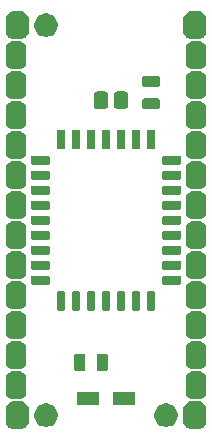
<source format=gts>
G04 #@! TF.GenerationSoftware,KiCad,Pcbnew,(5.1.5-0-10_14)*
G04 #@! TF.CreationDate,2021-04-02T23:51:13-04:00*
G04 #@! TF.ProjectId,GW28R8128,47573238-5238-4313-9238-2e6b69636164,rev?*
G04 #@! TF.SameCoordinates,Original*
G04 #@! TF.FileFunction,Soldermask,Top*
G04 #@! TF.FilePolarity,Negative*
%FSLAX46Y46*%
G04 Gerber Fmt 4.6, Leading zero omitted, Abs format (unit mm)*
G04 Created by KiCad (PCBNEW (5.1.5-0-10_14)) date 2021-04-02 23:51:13*
%MOMM*%
%LPD*%
G04 APERTURE LIST*
%ADD10C,0.100000*%
G04 APERTURE END LIST*
D10*
G36*
X56222404Y-52184695D02*
G01*
X56347257Y-52222568D01*
X56462316Y-52284068D01*
X56563166Y-52366834D01*
X56645932Y-52467684D01*
X56707432Y-52582743D01*
X56745305Y-52707596D01*
X56758400Y-52840547D01*
X56758400Y-53839453D01*
X56745305Y-53972404D01*
X56707432Y-54097257D01*
X56645932Y-54212316D01*
X56563166Y-54313166D01*
X56462316Y-54395932D01*
X56347257Y-54457432D01*
X56222404Y-54495305D01*
X56089453Y-54508400D01*
X55470547Y-54508400D01*
X55337596Y-54495305D01*
X55212743Y-54457432D01*
X55097684Y-54395932D01*
X54996834Y-54313166D01*
X54914068Y-54212316D01*
X54852568Y-54097257D01*
X54814695Y-53972404D01*
X54801600Y-53839453D01*
X54801600Y-52840547D01*
X54814695Y-52707596D01*
X54852568Y-52582743D01*
X54914068Y-52467684D01*
X54996834Y-52366834D01*
X55097684Y-52284068D01*
X55212743Y-52222568D01*
X55337596Y-52184695D01*
X55470547Y-52171600D01*
X56089453Y-52171600D01*
X56222404Y-52184695D01*
G37*
G36*
X41182404Y-52184695D02*
G01*
X41307257Y-52222568D01*
X41422316Y-52284068D01*
X41523166Y-52366834D01*
X41605932Y-52467684D01*
X41667432Y-52582743D01*
X41705305Y-52707596D01*
X41718400Y-52840547D01*
X41718400Y-53839453D01*
X41705305Y-53972404D01*
X41667432Y-54097257D01*
X41605932Y-54212316D01*
X41523166Y-54313166D01*
X41422316Y-54395932D01*
X41307257Y-54457432D01*
X41182404Y-54495305D01*
X41049453Y-54508400D01*
X40430547Y-54508400D01*
X40297596Y-54495305D01*
X40172743Y-54457432D01*
X40057684Y-54395932D01*
X39956834Y-54313166D01*
X39874068Y-54212316D01*
X39812568Y-54097257D01*
X39774695Y-53972404D01*
X39761600Y-53839453D01*
X39761600Y-52840547D01*
X39774695Y-52707596D01*
X39812568Y-52582743D01*
X39874068Y-52467684D01*
X39956834Y-52366834D01*
X40057684Y-52284068D01*
X40172743Y-52222568D01*
X40297596Y-52184695D01*
X40430547Y-52171600D01*
X41049453Y-52171600D01*
X41182404Y-52184695D01*
G37*
G36*
X53631692Y-52378429D02*
G01*
X53813679Y-52453811D01*
X53977458Y-52563245D01*
X53977460Y-52563247D01*
X53977463Y-52563249D01*
X54116751Y-52702537D01*
X54116753Y-52702540D01*
X54116755Y-52702542D01*
X54226189Y-52866321D01*
X54301571Y-53048308D01*
X54340000Y-53241509D01*
X54340000Y-53438491D01*
X54301571Y-53631692D01*
X54226189Y-53813679D01*
X54116755Y-53977458D01*
X54116753Y-53977460D01*
X54116751Y-53977463D01*
X53977463Y-54116751D01*
X53977460Y-54116753D01*
X53977458Y-54116755D01*
X53813679Y-54226189D01*
X53631692Y-54301571D01*
X53438491Y-54340000D01*
X53241509Y-54340000D01*
X53048308Y-54301571D01*
X52866321Y-54226189D01*
X52702542Y-54116755D01*
X52702540Y-54116753D01*
X52702537Y-54116751D01*
X52563249Y-53977463D01*
X52563247Y-53977460D01*
X52563245Y-53977458D01*
X52453811Y-53813679D01*
X52378429Y-53631692D01*
X52340000Y-53438491D01*
X52340000Y-53241509D01*
X52378429Y-53048308D01*
X52453811Y-52866321D01*
X52563245Y-52702542D01*
X52563247Y-52702540D01*
X52563249Y-52702537D01*
X52702537Y-52563249D01*
X52702540Y-52563247D01*
X52702542Y-52563245D01*
X52866321Y-52453811D01*
X53048308Y-52378429D01*
X53241509Y-52340000D01*
X53438491Y-52340000D01*
X53631692Y-52378429D01*
G37*
G36*
X43471692Y-52378429D02*
G01*
X43653679Y-52453811D01*
X43817458Y-52563245D01*
X43817460Y-52563247D01*
X43817463Y-52563249D01*
X43956751Y-52702537D01*
X43956753Y-52702540D01*
X43956755Y-52702542D01*
X44066189Y-52866321D01*
X44141571Y-53048308D01*
X44180000Y-53241509D01*
X44180000Y-53438491D01*
X44141571Y-53631692D01*
X44066189Y-53813679D01*
X43956755Y-53977458D01*
X43956753Y-53977460D01*
X43956751Y-53977463D01*
X43817463Y-54116751D01*
X43817460Y-54116753D01*
X43817458Y-54116755D01*
X43653679Y-54226189D01*
X43471692Y-54301571D01*
X43278491Y-54340000D01*
X43081509Y-54340000D01*
X42888308Y-54301571D01*
X42706321Y-54226189D01*
X42542542Y-54116755D01*
X42542540Y-54116753D01*
X42542537Y-54116751D01*
X42403249Y-53977463D01*
X42403247Y-53977460D01*
X42403245Y-53977458D01*
X42293811Y-53813679D01*
X42218429Y-53631692D01*
X42180000Y-53438491D01*
X42180000Y-53241509D01*
X42218429Y-53048308D01*
X42293811Y-52866321D01*
X42403245Y-52702542D01*
X42403247Y-52702540D01*
X42403249Y-52702537D01*
X42542537Y-52563249D01*
X42542540Y-52563247D01*
X42542542Y-52563245D01*
X42706321Y-52453811D01*
X42888308Y-52378429D01*
X43081509Y-52340000D01*
X43278491Y-52340000D01*
X43471692Y-52378429D01*
G37*
G36*
X47662200Y-52469200D02*
G01*
X45809800Y-52469200D01*
X45809800Y-51416800D01*
X47662200Y-51416800D01*
X47662200Y-52469200D01*
G37*
G36*
X50710200Y-52469200D02*
G01*
X48857800Y-52469200D01*
X48857800Y-51416800D01*
X50710200Y-51416800D01*
X50710200Y-52469200D01*
G37*
G36*
X56278748Y-49643350D02*
G01*
X56390469Y-49677239D01*
X56493427Y-49732271D01*
X56583669Y-49806331D01*
X56657729Y-49896573D01*
X56712761Y-49999531D01*
X56746650Y-50111252D01*
X56758400Y-50230547D01*
X56758400Y-51369453D01*
X56746650Y-51488748D01*
X56712761Y-51600469D01*
X56657729Y-51703427D01*
X56583669Y-51793669D01*
X56493427Y-51867729D01*
X56390469Y-51922761D01*
X56278748Y-51956650D01*
X56159453Y-51968400D01*
X55600547Y-51968400D01*
X55481252Y-51956650D01*
X55369531Y-51922761D01*
X55266573Y-51867729D01*
X55176331Y-51793669D01*
X55102271Y-51703427D01*
X55047239Y-51600469D01*
X55013350Y-51488748D01*
X55001600Y-51369453D01*
X55001600Y-50230547D01*
X55013350Y-50111252D01*
X55047239Y-49999531D01*
X55102271Y-49896573D01*
X55176331Y-49806331D01*
X55266573Y-49732271D01*
X55369531Y-49677239D01*
X55481252Y-49643350D01*
X55600547Y-49631600D01*
X56159453Y-49631600D01*
X56278748Y-49643350D01*
G37*
G36*
X41038748Y-49643350D02*
G01*
X41150469Y-49677239D01*
X41253427Y-49732271D01*
X41343669Y-49806331D01*
X41417729Y-49896573D01*
X41472761Y-49999531D01*
X41506650Y-50111252D01*
X41518400Y-50230547D01*
X41518400Y-51369453D01*
X41506650Y-51488748D01*
X41472761Y-51600469D01*
X41417729Y-51703427D01*
X41343669Y-51793669D01*
X41253427Y-51867729D01*
X41150469Y-51922761D01*
X41038748Y-51956650D01*
X40919453Y-51968400D01*
X40360547Y-51968400D01*
X40241252Y-51956650D01*
X40129531Y-51922761D01*
X40026573Y-51867729D01*
X39936331Y-51793669D01*
X39862271Y-51703427D01*
X39807239Y-51600469D01*
X39773350Y-51488748D01*
X39761600Y-51369453D01*
X39761600Y-50230547D01*
X39773350Y-50111252D01*
X39807239Y-49999531D01*
X39862271Y-49896573D01*
X39936331Y-49806331D01*
X40026573Y-49732271D01*
X40129531Y-49677239D01*
X40241252Y-49643350D01*
X40360547Y-49631600D01*
X40919453Y-49631600D01*
X41038748Y-49643350D01*
G37*
G36*
X46349329Y-48149255D02*
G01*
X46387868Y-48160945D01*
X46423388Y-48179931D01*
X46454520Y-48205480D01*
X46480069Y-48236612D01*
X46499055Y-48272132D01*
X46510745Y-48310671D01*
X46515000Y-48353868D01*
X46515000Y-49436132D01*
X46510745Y-49479329D01*
X46499055Y-49517868D01*
X46480069Y-49553388D01*
X46454520Y-49584520D01*
X46423388Y-49610069D01*
X46387868Y-49629055D01*
X46349329Y-49640745D01*
X46306132Y-49645000D01*
X45773868Y-49645000D01*
X45730671Y-49640745D01*
X45692132Y-49629055D01*
X45656612Y-49610069D01*
X45625480Y-49584520D01*
X45599931Y-49553388D01*
X45580945Y-49517868D01*
X45569255Y-49479329D01*
X45565000Y-49436132D01*
X45565000Y-48353868D01*
X45569255Y-48310671D01*
X45580945Y-48272132D01*
X45599931Y-48236612D01*
X45625480Y-48205480D01*
X45656612Y-48179931D01*
X45692132Y-48160945D01*
X45730671Y-48149255D01*
X45773868Y-48145000D01*
X46306132Y-48145000D01*
X46349329Y-48149255D01*
G37*
G36*
X48249329Y-48149255D02*
G01*
X48287868Y-48160945D01*
X48323388Y-48179931D01*
X48354520Y-48205480D01*
X48380069Y-48236612D01*
X48399055Y-48272132D01*
X48410745Y-48310671D01*
X48415000Y-48353868D01*
X48415000Y-49436132D01*
X48410745Y-49479329D01*
X48399055Y-49517868D01*
X48380069Y-49553388D01*
X48354520Y-49584520D01*
X48323388Y-49610069D01*
X48287868Y-49629055D01*
X48249329Y-49640745D01*
X48206132Y-49645000D01*
X47673868Y-49645000D01*
X47630671Y-49640745D01*
X47592132Y-49629055D01*
X47556612Y-49610069D01*
X47525480Y-49584520D01*
X47499931Y-49553388D01*
X47480945Y-49517868D01*
X47469255Y-49479329D01*
X47465000Y-49436132D01*
X47465000Y-48353868D01*
X47469255Y-48310671D01*
X47480945Y-48272132D01*
X47499931Y-48236612D01*
X47525480Y-48205480D01*
X47556612Y-48179931D01*
X47592132Y-48160945D01*
X47630671Y-48149255D01*
X47673868Y-48145000D01*
X48206132Y-48145000D01*
X48249329Y-48149255D01*
G37*
G36*
X56278748Y-47103350D02*
G01*
X56390469Y-47137239D01*
X56493427Y-47192271D01*
X56583669Y-47266331D01*
X56657729Y-47356573D01*
X56712761Y-47459531D01*
X56746650Y-47571252D01*
X56758400Y-47690547D01*
X56758400Y-48829453D01*
X56746650Y-48948748D01*
X56712761Y-49060469D01*
X56657729Y-49163427D01*
X56583669Y-49253669D01*
X56493427Y-49327729D01*
X56390469Y-49382761D01*
X56278748Y-49416650D01*
X56159453Y-49428400D01*
X55600547Y-49428400D01*
X55481252Y-49416650D01*
X55369531Y-49382761D01*
X55266573Y-49327729D01*
X55176331Y-49253669D01*
X55102271Y-49163427D01*
X55047239Y-49060469D01*
X55013350Y-48948748D01*
X55001600Y-48829453D01*
X55001600Y-47690547D01*
X55013350Y-47571252D01*
X55047239Y-47459531D01*
X55102271Y-47356573D01*
X55176331Y-47266331D01*
X55266573Y-47192271D01*
X55369531Y-47137239D01*
X55481252Y-47103350D01*
X55600547Y-47091600D01*
X56159453Y-47091600D01*
X56278748Y-47103350D01*
G37*
G36*
X41038748Y-47103350D02*
G01*
X41150469Y-47137239D01*
X41253427Y-47192271D01*
X41343669Y-47266331D01*
X41417729Y-47356573D01*
X41472761Y-47459531D01*
X41506650Y-47571252D01*
X41518400Y-47690547D01*
X41518400Y-48829453D01*
X41506650Y-48948748D01*
X41472761Y-49060469D01*
X41417729Y-49163427D01*
X41343669Y-49253669D01*
X41253427Y-49327729D01*
X41150469Y-49382761D01*
X41038748Y-49416650D01*
X40919453Y-49428400D01*
X40360547Y-49428400D01*
X40241252Y-49416650D01*
X40129531Y-49382761D01*
X40026573Y-49327729D01*
X39936331Y-49253669D01*
X39862271Y-49163427D01*
X39807239Y-49060469D01*
X39773350Y-48948748D01*
X39761600Y-48829453D01*
X39761600Y-47690547D01*
X39773350Y-47571252D01*
X39807239Y-47459531D01*
X39862271Y-47356573D01*
X39936331Y-47266331D01*
X40026573Y-47192271D01*
X40129531Y-47137239D01*
X40241252Y-47103350D01*
X40360547Y-47091600D01*
X40919453Y-47091600D01*
X41038748Y-47103350D01*
G37*
G36*
X56278748Y-44563350D02*
G01*
X56390469Y-44597239D01*
X56493427Y-44652271D01*
X56583669Y-44726331D01*
X56657729Y-44816573D01*
X56712761Y-44919531D01*
X56746650Y-45031252D01*
X56758400Y-45150547D01*
X56758400Y-46289453D01*
X56746650Y-46408748D01*
X56712761Y-46520469D01*
X56657729Y-46623427D01*
X56583669Y-46713669D01*
X56493427Y-46787729D01*
X56390469Y-46842761D01*
X56278748Y-46876650D01*
X56159453Y-46888400D01*
X55600547Y-46888400D01*
X55481252Y-46876650D01*
X55369531Y-46842761D01*
X55266573Y-46787729D01*
X55176331Y-46713669D01*
X55102271Y-46623427D01*
X55047239Y-46520469D01*
X55013350Y-46408748D01*
X55001600Y-46289453D01*
X55001600Y-45150547D01*
X55013350Y-45031252D01*
X55047239Y-44919531D01*
X55102271Y-44816573D01*
X55176331Y-44726331D01*
X55266573Y-44652271D01*
X55369531Y-44597239D01*
X55481252Y-44563350D01*
X55600547Y-44551600D01*
X56159453Y-44551600D01*
X56278748Y-44563350D01*
G37*
G36*
X41038748Y-44563350D02*
G01*
X41150469Y-44597239D01*
X41253427Y-44652271D01*
X41343669Y-44726331D01*
X41417729Y-44816573D01*
X41472761Y-44919531D01*
X41506650Y-45031252D01*
X41518400Y-45150547D01*
X41518400Y-46289453D01*
X41506650Y-46408748D01*
X41472761Y-46520469D01*
X41417729Y-46623427D01*
X41343669Y-46713669D01*
X41253427Y-46787729D01*
X41150469Y-46842761D01*
X41038748Y-46876650D01*
X40919453Y-46888400D01*
X40360547Y-46888400D01*
X40241252Y-46876650D01*
X40129531Y-46842761D01*
X40026573Y-46787729D01*
X39936331Y-46713669D01*
X39862271Y-46623427D01*
X39807239Y-46520469D01*
X39773350Y-46408748D01*
X39761600Y-46289453D01*
X39761600Y-45150547D01*
X39773350Y-45031252D01*
X39807239Y-44919531D01*
X39862271Y-44816573D01*
X39936331Y-44726331D01*
X40026573Y-44652271D01*
X40129531Y-44597239D01*
X40241252Y-44563350D01*
X40360547Y-44551600D01*
X40919453Y-44551600D01*
X41038748Y-44563350D01*
G37*
G36*
X49780290Y-42857105D02*
G01*
X49809568Y-42865986D01*
X49836545Y-42880406D01*
X49860190Y-42899810D01*
X49879594Y-42923455D01*
X49894014Y-42950432D01*
X49902895Y-42979710D01*
X49906200Y-43013267D01*
X49906200Y-44321733D01*
X49902895Y-44355290D01*
X49894014Y-44384568D01*
X49879594Y-44411545D01*
X49860190Y-44435190D01*
X49836545Y-44454594D01*
X49809568Y-44469014D01*
X49780290Y-44477895D01*
X49746733Y-44481200D01*
X49313267Y-44481200D01*
X49279710Y-44477895D01*
X49250432Y-44469014D01*
X49223455Y-44454594D01*
X49199810Y-44435190D01*
X49180406Y-44411545D01*
X49165986Y-44384568D01*
X49157105Y-44355290D01*
X49153800Y-44321733D01*
X49153800Y-43013267D01*
X49157105Y-42979710D01*
X49165986Y-42950432D01*
X49180406Y-42923455D01*
X49199810Y-42899810D01*
X49223455Y-42880406D01*
X49250432Y-42865986D01*
X49279710Y-42857105D01*
X49313267Y-42853800D01*
X49746733Y-42853800D01*
X49780290Y-42857105D01*
G37*
G36*
X51050290Y-42857105D02*
G01*
X51079568Y-42865986D01*
X51106545Y-42880406D01*
X51130190Y-42899810D01*
X51149594Y-42923455D01*
X51164014Y-42950432D01*
X51172895Y-42979710D01*
X51176200Y-43013267D01*
X51176200Y-44321733D01*
X51172895Y-44355290D01*
X51164014Y-44384568D01*
X51149594Y-44411545D01*
X51130190Y-44435190D01*
X51106545Y-44454594D01*
X51079568Y-44469014D01*
X51050290Y-44477895D01*
X51016733Y-44481200D01*
X50583267Y-44481200D01*
X50549710Y-44477895D01*
X50520432Y-44469014D01*
X50493455Y-44454594D01*
X50469810Y-44435190D01*
X50450406Y-44411545D01*
X50435986Y-44384568D01*
X50427105Y-44355290D01*
X50423800Y-44321733D01*
X50423800Y-43013267D01*
X50427105Y-42979710D01*
X50435986Y-42950432D01*
X50450406Y-42923455D01*
X50469810Y-42899810D01*
X50493455Y-42880406D01*
X50520432Y-42865986D01*
X50549710Y-42857105D01*
X50583267Y-42853800D01*
X51016733Y-42853800D01*
X51050290Y-42857105D01*
G37*
G36*
X52320290Y-42857105D02*
G01*
X52349568Y-42865986D01*
X52376545Y-42880406D01*
X52400190Y-42899810D01*
X52419594Y-42923455D01*
X52434014Y-42950432D01*
X52442895Y-42979710D01*
X52446200Y-43013267D01*
X52446200Y-44321733D01*
X52442895Y-44355290D01*
X52434014Y-44384568D01*
X52419594Y-44411545D01*
X52400190Y-44435190D01*
X52376545Y-44454594D01*
X52349568Y-44469014D01*
X52320290Y-44477895D01*
X52286733Y-44481200D01*
X51853267Y-44481200D01*
X51819710Y-44477895D01*
X51790432Y-44469014D01*
X51763455Y-44454594D01*
X51739810Y-44435190D01*
X51720406Y-44411545D01*
X51705986Y-44384568D01*
X51697105Y-44355290D01*
X51693800Y-44321733D01*
X51693800Y-43013267D01*
X51697105Y-42979710D01*
X51705986Y-42950432D01*
X51720406Y-42923455D01*
X51739810Y-42899810D01*
X51763455Y-42880406D01*
X51790432Y-42865986D01*
X51819710Y-42857105D01*
X51853267Y-42853800D01*
X52286733Y-42853800D01*
X52320290Y-42857105D01*
G37*
G36*
X48510290Y-42857105D02*
G01*
X48539568Y-42865986D01*
X48566545Y-42880406D01*
X48590190Y-42899810D01*
X48609594Y-42923455D01*
X48624014Y-42950432D01*
X48632895Y-42979710D01*
X48636200Y-43013267D01*
X48636200Y-44321733D01*
X48632895Y-44355290D01*
X48624014Y-44384568D01*
X48609594Y-44411545D01*
X48590190Y-44435190D01*
X48566545Y-44454594D01*
X48539568Y-44469014D01*
X48510290Y-44477895D01*
X48476733Y-44481200D01*
X48043267Y-44481200D01*
X48009710Y-44477895D01*
X47980432Y-44469014D01*
X47953455Y-44454594D01*
X47929810Y-44435190D01*
X47910406Y-44411545D01*
X47895986Y-44384568D01*
X47887105Y-44355290D01*
X47883800Y-44321733D01*
X47883800Y-43013267D01*
X47887105Y-42979710D01*
X47895986Y-42950432D01*
X47910406Y-42923455D01*
X47929810Y-42899810D01*
X47953455Y-42880406D01*
X47980432Y-42865986D01*
X48009710Y-42857105D01*
X48043267Y-42853800D01*
X48476733Y-42853800D01*
X48510290Y-42857105D01*
G37*
G36*
X47240290Y-42857105D02*
G01*
X47269568Y-42865986D01*
X47296545Y-42880406D01*
X47320190Y-42899810D01*
X47339594Y-42923455D01*
X47354014Y-42950432D01*
X47362895Y-42979710D01*
X47366200Y-43013267D01*
X47366200Y-44321733D01*
X47362895Y-44355290D01*
X47354014Y-44384568D01*
X47339594Y-44411545D01*
X47320190Y-44435190D01*
X47296545Y-44454594D01*
X47269568Y-44469014D01*
X47240290Y-44477895D01*
X47206733Y-44481200D01*
X46773267Y-44481200D01*
X46739710Y-44477895D01*
X46710432Y-44469014D01*
X46683455Y-44454594D01*
X46659810Y-44435190D01*
X46640406Y-44411545D01*
X46625986Y-44384568D01*
X46617105Y-44355290D01*
X46613800Y-44321733D01*
X46613800Y-43013267D01*
X46617105Y-42979710D01*
X46625986Y-42950432D01*
X46640406Y-42923455D01*
X46659810Y-42899810D01*
X46683455Y-42880406D01*
X46710432Y-42865986D01*
X46739710Y-42857105D01*
X46773267Y-42853800D01*
X47206733Y-42853800D01*
X47240290Y-42857105D01*
G37*
G36*
X45970290Y-42857105D02*
G01*
X45999568Y-42865986D01*
X46026545Y-42880406D01*
X46050190Y-42899810D01*
X46069594Y-42923455D01*
X46084014Y-42950432D01*
X46092895Y-42979710D01*
X46096200Y-43013267D01*
X46096200Y-44321733D01*
X46092895Y-44355290D01*
X46084014Y-44384568D01*
X46069594Y-44411545D01*
X46050190Y-44435190D01*
X46026545Y-44454594D01*
X45999568Y-44469014D01*
X45970290Y-44477895D01*
X45936733Y-44481200D01*
X45503267Y-44481200D01*
X45469710Y-44477895D01*
X45440432Y-44469014D01*
X45413455Y-44454594D01*
X45389810Y-44435190D01*
X45370406Y-44411545D01*
X45355986Y-44384568D01*
X45347105Y-44355290D01*
X45343800Y-44321733D01*
X45343800Y-43013267D01*
X45347105Y-42979710D01*
X45355986Y-42950432D01*
X45370406Y-42923455D01*
X45389810Y-42899810D01*
X45413455Y-42880406D01*
X45440432Y-42865986D01*
X45469710Y-42857105D01*
X45503267Y-42853800D01*
X45936733Y-42853800D01*
X45970290Y-42857105D01*
G37*
G36*
X44700290Y-42857105D02*
G01*
X44729568Y-42865986D01*
X44756545Y-42880406D01*
X44780190Y-42899810D01*
X44799594Y-42923455D01*
X44814014Y-42950432D01*
X44822895Y-42979710D01*
X44826200Y-43013267D01*
X44826200Y-44321733D01*
X44822895Y-44355290D01*
X44814014Y-44384568D01*
X44799594Y-44411545D01*
X44780190Y-44435190D01*
X44756545Y-44454594D01*
X44729568Y-44469014D01*
X44700290Y-44477895D01*
X44666733Y-44481200D01*
X44233267Y-44481200D01*
X44199710Y-44477895D01*
X44170432Y-44469014D01*
X44143455Y-44454594D01*
X44119810Y-44435190D01*
X44100406Y-44411545D01*
X44085986Y-44384568D01*
X44077105Y-44355290D01*
X44073800Y-44321733D01*
X44073800Y-43013267D01*
X44077105Y-42979710D01*
X44085986Y-42950432D01*
X44100406Y-42923455D01*
X44119810Y-42899810D01*
X44143455Y-42880406D01*
X44170432Y-42865986D01*
X44199710Y-42857105D01*
X44233267Y-42853800D01*
X44666733Y-42853800D01*
X44700290Y-42857105D01*
G37*
G36*
X56278748Y-42023350D02*
G01*
X56390469Y-42057239D01*
X56493427Y-42112271D01*
X56583669Y-42186331D01*
X56657729Y-42276573D01*
X56712761Y-42379531D01*
X56746650Y-42491252D01*
X56758400Y-42610547D01*
X56758400Y-43749453D01*
X56746650Y-43868748D01*
X56712761Y-43980469D01*
X56657729Y-44083427D01*
X56583669Y-44173669D01*
X56493427Y-44247729D01*
X56390469Y-44302761D01*
X56278748Y-44336650D01*
X56159453Y-44348400D01*
X55600547Y-44348400D01*
X55481252Y-44336650D01*
X55369531Y-44302761D01*
X55266573Y-44247729D01*
X55176331Y-44173669D01*
X55102271Y-44083427D01*
X55047239Y-43980469D01*
X55013350Y-43868748D01*
X55001600Y-43749453D01*
X55001600Y-42610547D01*
X55013350Y-42491252D01*
X55047239Y-42379531D01*
X55102271Y-42276573D01*
X55176331Y-42186331D01*
X55266573Y-42112271D01*
X55369531Y-42057239D01*
X55481252Y-42023350D01*
X55600547Y-42011600D01*
X56159453Y-42011600D01*
X56278748Y-42023350D01*
G37*
G36*
X41038748Y-42023350D02*
G01*
X41150469Y-42057239D01*
X41253427Y-42112271D01*
X41343669Y-42186331D01*
X41417729Y-42276573D01*
X41472761Y-42379531D01*
X41506650Y-42491252D01*
X41518400Y-42610547D01*
X41518400Y-43749453D01*
X41506650Y-43868748D01*
X41472761Y-43980469D01*
X41417729Y-44083427D01*
X41343669Y-44173669D01*
X41253427Y-44247729D01*
X41150469Y-44302761D01*
X41038748Y-44336650D01*
X40919453Y-44348400D01*
X40360547Y-44348400D01*
X40241252Y-44336650D01*
X40129531Y-44302761D01*
X40026573Y-44247729D01*
X39936331Y-44173669D01*
X39862271Y-44083427D01*
X39807239Y-43980469D01*
X39773350Y-43868748D01*
X39761600Y-43749453D01*
X39761600Y-42610547D01*
X39773350Y-42491252D01*
X39807239Y-42379531D01*
X39862271Y-42276573D01*
X39936331Y-42186331D01*
X40026573Y-42112271D01*
X40129531Y-42057239D01*
X40241252Y-42023350D01*
X40360547Y-42011600D01*
X40919453Y-42011600D01*
X41038748Y-42023350D01*
G37*
G36*
X43385290Y-41537105D02*
G01*
X43414568Y-41545986D01*
X43441545Y-41560406D01*
X43465190Y-41579810D01*
X43484594Y-41603455D01*
X43499014Y-41630432D01*
X43507895Y-41659710D01*
X43511200Y-41693267D01*
X43511200Y-42126733D01*
X43507895Y-42160290D01*
X43499014Y-42189568D01*
X43484594Y-42216545D01*
X43465190Y-42240190D01*
X43441545Y-42259594D01*
X43414568Y-42274014D01*
X43385290Y-42282895D01*
X43351733Y-42286200D01*
X42043267Y-42286200D01*
X42009710Y-42282895D01*
X41980432Y-42274014D01*
X41953455Y-42259594D01*
X41929810Y-42240190D01*
X41910406Y-42216545D01*
X41895986Y-42189568D01*
X41887105Y-42160290D01*
X41883800Y-42126733D01*
X41883800Y-41693267D01*
X41887105Y-41659710D01*
X41895986Y-41630432D01*
X41910406Y-41603455D01*
X41929810Y-41579810D01*
X41953455Y-41560406D01*
X41980432Y-41545986D01*
X42009710Y-41537105D01*
X42043267Y-41533800D01*
X43351733Y-41533800D01*
X43385290Y-41537105D01*
G37*
G36*
X54510290Y-41537105D02*
G01*
X54539568Y-41545986D01*
X54566545Y-41560406D01*
X54590190Y-41579810D01*
X54609594Y-41603455D01*
X54624014Y-41630432D01*
X54632895Y-41659710D01*
X54636200Y-41693267D01*
X54636200Y-42126733D01*
X54632895Y-42160290D01*
X54624014Y-42189568D01*
X54609594Y-42216545D01*
X54590190Y-42240190D01*
X54566545Y-42259594D01*
X54539568Y-42274014D01*
X54510290Y-42282895D01*
X54476733Y-42286200D01*
X53168267Y-42286200D01*
X53134710Y-42282895D01*
X53105432Y-42274014D01*
X53078455Y-42259594D01*
X53054810Y-42240190D01*
X53035406Y-42216545D01*
X53020986Y-42189568D01*
X53012105Y-42160290D01*
X53008800Y-42126733D01*
X53008800Y-41693267D01*
X53012105Y-41659710D01*
X53020986Y-41630432D01*
X53035406Y-41603455D01*
X53054810Y-41579810D01*
X53078455Y-41560406D01*
X53105432Y-41545986D01*
X53134710Y-41537105D01*
X53168267Y-41533800D01*
X54476733Y-41533800D01*
X54510290Y-41537105D01*
G37*
G36*
X56278748Y-39483350D02*
G01*
X56390469Y-39517239D01*
X56493427Y-39572271D01*
X56583669Y-39646331D01*
X56657729Y-39736573D01*
X56712761Y-39839531D01*
X56746650Y-39951252D01*
X56758400Y-40070547D01*
X56758400Y-41209453D01*
X56746650Y-41328748D01*
X56712761Y-41440469D01*
X56657729Y-41543427D01*
X56583669Y-41633669D01*
X56493427Y-41707729D01*
X56390469Y-41762761D01*
X56278748Y-41796650D01*
X56159453Y-41808400D01*
X55600547Y-41808400D01*
X55481252Y-41796650D01*
X55369531Y-41762761D01*
X55266573Y-41707729D01*
X55176331Y-41633669D01*
X55102271Y-41543427D01*
X55047239Y-41440469D01*
X55013350Y-41328748D01*
X55001600Y-41209453D01*
X55001600Y-40070547D01*
X55013350Y-39951252D01*
X55047239Y-39839531D01*
X55102271Y-39736573D01*
X55176331Y-39646331D01*
X55266573Y-39572271D01*
X55369531Y-39517239D01*
X55481252Y-39483350D01*
X55600547Y-39471600D01*
X56159453Y-39471600D01*
X56278748Y-39483350D01*
G37*
G36*
X41038748Y-39483350D02*
G01*
X41150469Y-39517239D01*
X41253427Y-39572271D01*
X41343669Y-39646331D01*
X41417729Y-39736573D01*
X41472761Y-39839531D01*
X41506650Y-39951252D01*
X41518400Y-40070547D01*
X41518400Y-41209453D01*
X41506650Y-41328748D01*
X41472761Y-41440469D01*
X41417729Y-41543427D01*
X41343669Y-41633669D01*
X41253427Y-41707729D01*
X41150469Y-41762761D01*
X41038748Y-41796650D01*
X40919453Y-41808400D01*
X40360547Y-41808400D01*
X40241252Y-41796650D01*
X40129531Y-41762761D01*
X40026573Y-41707729D01*
X39936331Y-41633669D01*
X39862271Y-41543427D01*
X39807239Y-41440469D01*
X39773350Y-41328748D01*
X39761600Y-41209453D01*
X39761600Y-40070547D01*
X39773350Y-39951252D01*
X39807239Y-39839531D01*
X39862271Y-39736573D01*
X39936331Y-39646331D01*
X40026573Y-39572271D01*
X40129531Y-39517239D01*
X40241252Y-39483350D01*
X40360547Y-39471600D01*
X40919453Y-39471600D01*
X41038748Y-39483350D01*
G37*
G36*
X43385290Y-40267105D02*
G01*
X43414568Y-40275986D01*
X43441545Y-40290406D01*
X43465190Y-40309810D01*
X43484594Y-40333455D01*
X43499014Y-40360432D01*
X43507895Y-40389710D01*
X43511200Y-40423267D01*
X43511200Y-40856733D01*
X43507895Y-40890290D01*
X43499014Y-40919568D01*
X43484594Y-40946545D01*
X43465190Y-40970190D01*
X43441545Y-40989594D01*
X43414568Y-41004014D01*
X43385290Y-41012895D01*
X43351733Y-41016200D01*
X42043267Y-41016200D01*
X42009710Y-41012895D01*
X41980432Y-41004014D01*
X41953455Y-40989594D01*
X41929810Y-40970190D01*
X41910406Y-40946545D01*
X41895986Y-40919568D01*
X41887105Y-40890290D01*
X41883800Y-40856733D01*
X41883800Y-40423267D01*
X41887105Y-40389710D01*
X41895986Y-40360432D01*
X41910406Y-40333455D01*
X41929810Y-40309810D01*
X41953455Y-40290406D01*
X41980432Y-40275986D01*
X42009710Y-40267105D01*
X42043267Y-40263800D01*
X43351733Y-40263800D01*
X43385290Y-40267105D01*
G37*
G36*
X54510290Y-40267105D02*
G01*
X54539568Y-40275986D01*
X54566545Y-40290406D01*
X54590190Y-40309810D01*
X54609594Y-40333455D01*
X54624014Y-40360432D01*
X54632895Y-40389710D01*
X54636200Y-40423267D01*
X54636200Y-40856733D01*
X54632895Y-40890290D01*
X54624014Y-40919568D01*
X54609594Y-40946545D01*
X54590190Y-40970190D01*
X54566545Y-40989594D01*
X54539568Y-41004014D01*
X54510290Y-41012895D01*
X54476733Y-41016200D01*
X53168267Y-41016200D01*
X53134710Y-41012895D01*
X53105432Y-41004014D01*
X53078455Y-40989594D01*
X53054810Y-40970190D01*
X53035406Y-40946545D01*
X53020986Y-40919568D01*
X53012105Y-40890290D01*
X53008800Y-40856733D01*
X53008800Y-40423267D01*
X53012105Y-40389710D01*
X53020986Y-40360432D01*
X53035406Y-40333455D01*
X53054810Y-40309810D01*
X53078455Y-40290406D01*
X53105432Y-40275986D01*
X53134710Y-40267105D01*
X53168267Y-40263800D01*
X54476733Y-40263800D01*
X54510290Y-40267105D01*
G37*
G36*
X43385290Y-38997105D02*
G01*
X43414568Y-39005986D01*
X43441545Y-39020406D01*
X43465190Y-39039810D01*
X43484594Y-39063455D01*
X43499014Y-39090432D01*
X43507895Y-39119710D01*
X43511200Y-39153267D01*
X43511200Y-39586733D01*
X43507895Y-39620290D01*
X43499014Y-39649568D01*
X43484594Y-39676545D01*
X43465190Y-39700190D01*
X43441545Y-39719594D01*
X43414568Y-39734014D01*
X43385290Y-39742895D01*
X43351733Y-39746200D01*
X42043267Y-39746200D01*
X42009710Y-39742895D01*
X41980432Y-39734014D01*
X41953455Y-39719594D01*
X41929810Y-39700190D01*
X41910406Y-39676545D01*
X41895986Y-39649568D01*
X41887105Y-39620290D01*
X41883800Y-39586733D01*
X41883800Y-39153267D01*
X41887105Y-39119710D01*
X41895986Y-39090432D01*
X41910406Y-39063455D01*
X41929810Y-39039810D01*
X41953455Y-39020406D01*
X41980432Y-39005986D01*
X42009710Y-38997105D01*
X42043267Y-38993800D01*
X43351733Y-38993800D01*
X43385290Y-38997105D01*
G37*
G36*
X54510290Y-38997105D02*
G01*
X54539568Y-39005986D01*
X54566545Y-39020406D01*
X54590190Y-39039810D01*
X54609594Y-39063455D01*
X54624014Y-39090432D01*
X54632895Y-39119710D01*
X54636200Y-39153267D01*
X54636200Y-39586733D01*
X54632895Y-39620290D01*
X54624014Y-39649568D01*
X54609594Y-39676545D01*
X54590190Y-39700190D01*
X54566545Y-39719594D01*
X54539568Y-39734014D01*
X54510290Y-39742895D01*
X54476733Y-39746200D01*
X53168267Y-39746200D01*
X53134710Y-39742895D01*
X53105432Y-39734014D01*
X53078455Y-39719594D01*
X53054810Y-39700190D01*
X53035406Y-39676545D01*
X53020986Y-39649568D01*
X53012105Y-39620290D01*
X53008800Y-39586733D01*
X53008800Y-39153267D01*
X53012105Y-39119710D01*
X53020986Y-39090432D01*
X53035406Y-39063455D01*
X53054810Y-39039810D01*
X53078455Y-39020406D01*
X53105432Y-39005986D01*
X53134710Y-38997105D01*
X53168267Y-38993800D01*
X54476733Y-38993800D01*
X54510290Y-38997105D01*
G37*
G36*
X41038748Y-36943350D02*
G01*
X41150469Y-36977239D01*
X41253427Y-37032271D01*
X41343669Y-37106331D01*
X41417729Y-37196573D01*
X41472761Y-37299531D01*
X41506650Y-37411252D01*
X41518400Y-37530547D01*
X41518400Y-38669453D01*
X41506650Y-38788748D01*
X41472761Y-38900469D01*
X41417729Y-39003427D01*
X41343669Y-39093669D01*
X41253427Y-39167729D01*
X41150469Y-39222761D01*
X41038748Y-39256650D01*
X40919453Y-39268400D01*
X40360547Y-39268400D01*
X40241252Y-39256650D01*
X40129531Y-39222761D01*
X40026573Y-39167729D01*
X39936331Y-39093669D01*
X39862271Y-39003427D01*
X39807239Y-38900469D01*
X39773350Y-38788748D01*
X39761600Y-38669453D01*
X39761600Y-37530547D01*
X39773350Y-37411252D01*
X39807239Y-37299531D01*
X39862271Y-37196573D01*
X39936331Y-37106331D01*
X40026573Y-37032271D01*
X40129531Y-36977239D01*
X40241252Y-36943350D01*
X40360547Y-36931600D01*
X40919453Y-36931600D01*
X41038748Y-36943350D01*
G37*
G36*
X56278748Y-36943350D02*
G01*
X56390469Y-36977239D01*
X56493427Y-37032271D01*
X56583669Y-37106331D01*
X56657729Y-37196573D01*
X56712761Y-37299531D01*
X56746650Y-37411252D01*
X56758400Y-37530547D01*
X56758400Y-38669453D01*
X56746650Y-38788748D01*
X56712761Y-38900469D01*
X56657729Y-39003427D01*
X56583669Y-39093669D01*
X56493427Y-39167729D01*
X56390469Y-39222761D01*
X56278748Y-39256650D01*
X56159453Y-39268400D01*
X55600547Y-39268400D01*
X55481252Y-39256650D01*
X55369531Y-39222761D01*
X55266573Y-39167729D01*
X55176331Y-39093669D01*
X55102271Y-39003427D01*
X55047239Y-38900469D01*
X55013350Y-38788748D01*
X55001600Y-38669453D01*
X55001600Y-37530547D01*
X55013350Y-37411252D01*
X55047239Y-37299531D01*
X55102271Y-37196573D01*
X55176331Y-37106331D01*
X55266573Y-37032271D01*
X55369531Y-36977239D01*
X55481252Y-36943350D01*
X55600547Y-36931600D01*
X56159453Y-36931600D01*
X56278748Y-36943350D01*
G37*
G36*
X43385290Y-37727105D02*
G01*
X43414568Y-37735986D01*
X43441545Y-37750406D01*
X43465190Y-37769810D01*
X43484594Y-37793455D01*
X43499014Y-37820432D01*
X43507895Y-37849710D01*
X43511200Y-37883267D01*
X43511200Y-38316733D01*
X43507895Y-38350290D01*
X43499014Y-38379568D01*
X43484594Y-38406545D01*
X43465190Y-38430190D01*
X43441545Y-38449594D01*
X43414568Y-38464014D01*
X43385290Y-38472895D01*
X43351733Y-38476200D01*
X42043267Y-38476200D01*
X42009710Y-38472895D01*
X41980432Y-38464014D01*
X41953455Y-38449594D01*
X41929810Y-38430190D01*
X41910406Y-38406545D01*
X41895986Y-38379568D01*
X41887105Y-38350290D01*
X41883800Y-38316733D01*
X41883800Y-37883267D01*
X41887105Y-37849710D01*
X41895986Y-37820432D01*
X41910406Y-37793455D01*
X41929810Y-37769810D01*
X41953455Y-37750406D01*
X41980432Y-37735986D01*
X42009710Y-37727105D01*
X42043267Y-37723800D01*
X43351733Y-37723800D01*
X43385290Y-37727105D01*
G37*
G36*
X54510290Y-37727105D02*
G01*
X54539568Y-37735986D01*
X54566545Y-37750406D01*
X54590190Y-37769810D01*
X54609594Y-37793455D01*
X54624014Y-37820432D01*
X54632895Y-37849710D01*
X54636200Y-37883267D01*
X54636200Y-38316733D01*
X54632895Y-38350290D01*
X54624014Y-38379568D01*
X54609594Y-38406545D01*
X54590190Y-38430190D01*
X54566545Y-38449594D01*
X54539568Y-38464014D01*
X54510290Y-38472895D01*
X54476733Y-38476200D01*
X53168267Y-38476200D01*
X53134710Y-38472895D01*
X53105432Y-38464014D01*
X53078455Y-38449594D01*
X53054810Y-38430190D01*
X53035406Y-38406545D01*
X53020986Y-38379568D01*
X53012105Y-38350290D01*
X53008800Y-38316733D01*
X53008800Y-37883267D01*
X53012105Y-37849710D01*
X53020986Y-37820432D01*
X53035406Y-37793455D01*
X53054810Y-37769810D01*
X53078455Y-37750406D01*
X53105432Y-37735986D01*
X53134710Y-37727105D01*
X53168267Y-37723800D01*
X54476733Y-37723800D01*
X54510290Y-37727105D01*
G37*
G36*
X54510290Y-36457105D02*
G01*
X54539568Y-36465986D01*
X54566545Y-36480406D01*
X54590190Y-36499810D01*
X54609594Y-36523455D01*
X54624014Y-36550432D01*
X54632895Y-36579710D01*
X54636200Y-36613267D01*
X54636200Y-37046733D01*
X54632895Y-37080290D01*
X54624014Y-37109568D01*
X54609594Y-37136545D01*
X54590190Y-37160190D01*
X54566545Y-37179594D01*
X54539568Y-37194014D01*
X54510290Y-37202895D01*
X54476733Y-37206200D01*
X53168267Y-37206200D01*
X53134710Y-37202895D01*
X53105432Y-37194014D01*
X53078455Y-37179594D01*
X53054810Y-37160190D01*
X53035406Y-37136545D01*
X53020986Y-37109568D01*
X53012105Y-37080290D01*
X53008800Y-37046733D01*
X53008800Y-36613267D01*
X53012105Y-36579710D01*
X53020986Y-36550432D01*
X53035406Y-36523455D01*
X53054810Y-36499810D01*
X53078455Y-36480406D01*
X53105432Y-36465986D01*
X53134710Y-36457105D01*
X53168267Y-36453800D01*
X54476733Y-36453800D01*
X54510290Y-36457105D01*
G37*
G36*
X43385290Y-36457105D02*
G01*
X43414568Y-36465986D01*
X43441545Y-36480406D01*
X43465190Y-36499810D01*
X43484594Y-36523455D01*
X43499014Y-36550432D01*
X43507895Y-36579710D01*
X43511200Y-36613267D01*
X43511200Y-37046733D01*
X43507895Y-37080290D01*
X43499014Y-37109568D01*
X43484594Y-37136545D01*
X43465190Y-37160190D01*
X43441545Y-37179594D01*
X43414568Y-37194014D01*
X43385290Y-37202895D01*
X43351733Y-37206200D01*
X42043267Y-37206200D01*
X42009710Y-37202895D01*
X41980432Y-37194014D01*
X41953455Y-37179594D01*
X41929810Y-37160190D01*
X41910406Y-37136545D01*
X41895986Y-37109568D01*
X41887105Y-37080290D01*
X41883800Y-37046733D01*
X41883800Y-36613267D01*
X41887105Y-36579710D01*
X41895986Y-36550432D01*
X41910406Y-36523455D01*
X41929810Y-36499810D01*
X41953455Y-36480406D01*
X41980432Y-36465986D01*
X42009710Y-36457105D01*
X42043267Y-36453800D01*
X43351733Y-36453800D01*
X43385290Y-36457105D01*
G37*
G36*
X56278748Y-34403350D02*
G01*
X56390469Y-34437239D01*
X56493427Y-34492271D01*
X56583669Y-34566331D01*
X56657729Y-34656573D01*
X56712761Y-34759531D01*
X56746650Y-34871252D01*
X56758400Y-34990547D01*
X56758400Y-36129453D01*
X56746650Y-36248748D01*
X56712761Y-36360469D01*
X56657729Y-36463427D01*
X56583669Y-36553669D01*
X56493427Y-36627729D01*
X56390469Y-36682761D01*
X56278748Y-36716650D01*
X56159453Y-36728400D01*
X55600547Y-36728400D01*
X55481252Y-36716650D01*
X55369531Y-36682761D01*
X55266573Y-36627729D01*
X55176331Y-36553669D01*
X55102271Y-36463427D01*
X55047239Y-36360469D01*
X55013350Y-36248748D01*
X55001600Y-36129453D01*
X55001600Y-34990547D01*
X55013350Y-34871252D01*
X55047239Y-34759531D01*
X55102271Y-34656573D01*
X55176331Y-34566331D01*
X55266573Y-34492271D01*
X55369531Y-34437239D01*
X55481252Y-34403350D01*
X55600547Y-34391600D01*
X56159453Y-34391600D01*
X56278748Y-34403350D01*
G37*
G36*
X41038748Y-34403350D02*
G01*
X41150469Y-34437239D01*
X41253427Y-34492271D01*
X41343669Y-34566331D01*
X41417729Y-34656573D01*
X41472761Y-34759531D01*
X41506650Y-34871252D01*
X41518400Y-34990547D01*
X41518400Y-36129453D01*
X41506650Y-36248748D01*
X41472761Y-36360469D01*
X41417729Y-36463427D01*
X41343669Y-36553669D01*
X41253427Y-36627729D01*
X41150469Y-36682761D01*
X41038748Y-36716650D01*
X40919453Y-36728400D01*
X40360547Y-36728400D01*
X40241252Y-36716650D01*
X40129531Y-36682761D01*
X40026573Y-36627729D01*
X39936331Y-36553669D01*
X39862271Y-36463427D01*
X39807239Y-36360469D01*
X39773350Y-36248748D01*
X39761600Y-36129453D01*
X39761600Y-34990547D01*
X39773350Y-34871252D01*
X39807239Y-34759531D01*
X39862271Y-34656573D01*
X39936331Y-34566331D01*
X40026573Y-34492271D01*
X40129531Y-34437239D01*
X40241252Y-34403350D01*
X40360547Y-34391600D01*
X40919453Y-34391600D01*
X41038748Y-34403350D01*
G37*
G36*
X43385290Y-35187105D02*
G01*
X43414568Y-35195986D01*
X43441545Y-35210406D01*
X43465190Y-35229810D01*
X43484594Y-35253455D01*
X43499014Y-35280432D01*
X43507895Y-35309710D01*
X43511200Y-35343267D01*
X43511200Y-35776733D01*
X43507895Y-35810290D01*
X43499014Y-35839568D01*
X43484594Y-35866545D01*
X43465190Y-35890190D01*
X43441545Y-35909594D01*
X43414568Y-35924014D01*
X43385290Y-35932895D01*
X43351733Y-35936200D01*
X42043267Y-35936200D01*
X42009710Y-35932895D01*
X41980432Y-35924014D01*
X41953455Y-35909594D01*
X41929810Y-35890190D01*
X41910406Y-35866545D01*
X41895986Y-35839568D01*
X41887105Y-35810290D01*
X41883800Y-35776733D01*
X41883800Y-35343267D01*
X41887105Y-35309710D01*
X41895986Y-35280432D01*
X41910406Y-35253455D01*
X41929810Y-35229810D01*
X41953455Y-35210406D01*
X41980432Y-35195986D01*
X42009710Y-35187105D01*
X42043267Y-35183800D01*
X43351733Y-35183800D01*
X43385290Y-35187105D01*
G37*
G36*
X54510290Y-35187105D02*
G01*
X54539568Y-35195986D01*
X54566545Y-35210406D01*
X54590190Y-35229810D01*
X54609594Y-35253455D01*
X54624014Y-35280432D01*
X54632895Y-35309710D01*
X54636200Y-35343267D01*
X54636200Y-35776733D01*
X54632895Y-35810290D01*
X54624014Y-35839568D01*
X54609594Y-35866545D01*
X54590190Y-35890190D01*
X54566545Y-35909594D01*
X54539568Y-35924014D01*
X54510290Y-35932895D01*
X54476733Y-35936200D01*
X53168267Y-35936200D01*
X53134710Y-35932895D01*
X53105432Y-35924014D01*
X53078455Y-35909594D01*
X53054810Y-35890190D01*
X53035406Y-35866545D01*
X53020986Y-35839568D01*
X53012105Y-35810290D01*
X53008800Y-35776733D01*
X53008800Y-35343267D01*
X53012105Y-35309710D01*
X53020986Y-35280432D01*
X53035406Y-35253455D01*
X53054810Y-35229810D01*
X53078455Y-35210406D01*
X53105432Y-35195986D01*
X53134710Y-35187105D01*
X53168267Y-35183800D01*
X54476733Y-35183800D01*
X54510290Y-35187105D01*
G37*
G36*
X43385290Y-33917105D02*
G01*
X43414568Y-33925986D01*
X43441545Y-33940406D01*
X43465190Y-33959810D01*
X43484594Y-33983455D01*
X43499014Y-34010432D01*
X43507895Y-34039710D01*
X43511200Y-34073267D01*
X43511200Y-34506733D01*
X43507895Y-34540290D01*
X43499014Y-34569568D01*
X43484594Y-34596545D01*
X43465190Y-34620190D01*
X43441545Y-34639594D01*
X43414568Y-34654014D01*
X43385290Y-34662895D01*
X43351733Y-34666200D01*
X42043267Y-34666200D01*
X42009710Y-34662895D01*
X41980432Y-34654014D01*
X41953455Y-34639594D01*
X41929810Y-34620190D01*
X41910406Y-34596545D01*
X41895986Y-34569568D01*
X41887105Y-34540290D01*
X41883800Y-34506733D01*
X41883800Y-34073267D01*
X41887105Y-34039710D01*
X41895986Y-34010432D01*
X41910406Y-33983455D01*
X41929810Y-33959810D01*
X41953455Y-33940406D01*
X41980432Y-33925986D01*
X42009710Y-33917105D01*
X42043267Y-33913800D01*
X43351733Y-33913800D01*
X43385290Y-33917105D01*
G37*
G36*
X54510290Y-33917105D02*
G01*
X54539568Y-33925986D01*
X54566545Y-33940406D01*
X54590190Y-33959810D01*
X54609594Y-33983455D01*
X54624014Y-34010432D01*
X54632895Y-34039710D01*
X54636200Y-34073267D01*
X54636200Y-34506733D01*
X54632895Y-34540290D01*
X54624014Y-34569568D01*
X54609594Y-34596545D01*
X54590190Y-34620190D01*
X54566545Y-34639594D01*
X54539568Y-34654014D01*
X54510290Y-34662895D01*
X54476733Y-34666200D01*
X53168267Y-34666200D01*
X53134710Y-34662895D01*
X53105432Y-34654014D01*
X53078455Y-34639594D01*
X53054810Y-34620190D01*
X53035406Y-34596545D01*
X53020986Y-34569568D01*
X53012105Y-34540290D01*
X53008800Y-34506733D01*
X53008800Y-34073267D01*
X53012105Y-34039710D01*
X53020986Y-34010432D01*
X53035406Y-33983455D01*
X53054810Y-33959810D01*
X53078455Y-33940406D01*
X53105432Y-33925986D01*
X53134710Y-33917105D01*
X53168267Y-33913800D01*
X54476733Y-33913800D01*
X54510290Y-33917105D01*
G37*
G36*
X56278748Y-31863350D02*
G01*
X56390469Y-31897239D01*
X56493427Y-31952271D01*
X56583669Y-32026331D01*
X56657729Y-32116573D01*
X56712761Y-32219531D01*
X56746650Y-32331252D01*
X56758400Y-32450547D01*
X56758400Y-33589453D01*
X56746650Y-33708748D01*
X56712761Y-33820469D01*
X56657729Y-33923427D01*
X56583669Y-34013669D01*
X56493427Y-34087729D01*
X56390469Y-34142761D01*
X56278748Y-34176650D01*
X56159453Y-34188400D01*
X55600547Y-34188400D01*
X55481252Y-34176650D01*
X55369531Y-34142761D01*
X55266573Y-34087729D01*
X55176331Y-34013669D01*
X55102271Y-33923427D01*
X55047239Y-33820469D01*
X55013350Y-33708748D01*
X55001600Y-33589453D01*
X55001600Y-32450547D01*
X55013350Y-32331252D01*
X55047239Y-32219531D01*
X55102271Y-32116573D01*
X55176331Y-32026331D01*
X55266573Y-31952271D01*
X55369531Y-31897239D01*
X55481252Y-31863350D01*
X55600547Y-31851600D01*
X56159453Y-31851600D01*
X56278748Y-31863350D01*
G37*
G36*
X41038748Y-31863350D02*
G01*
X41150469Y-31897239D01*
X41253427Y-31952271D01*
X41343669Y-32026331D01*
X41417729Y-32116573D01*
X41472761Y-32219531D01*
X41506650Y-32331252D01*
X41518400Y-32450547D01*
X41518400Y-33589453D01*
X41506650Y-33708748D01*
X41472761Y-33820469D01*
X41417729Y-33923427D01*
X41343669Y-34013669D01*
X41253427Y-34087729D01*
X41150469Y-34142761D01*
X41038748Y-34176650D01*
X40919453Y-34188400D01*
X40360547Y-34188400D01*
X40241252Y-34176650D01*
X40129531Y-34142761D01*
X40026573Y-34087729D01*
X39936331Y-34013669D01*
X39862271Y-33923427D01*
X39807239Y-33820469D01*
X39773350Y-33708748D01*
X39761600Y-33589453D01*
X39761600Y-32450547D01*
X39773350Y-32331252D01*
X39807239Y-32219531D01*
X39862271Y-32116573D01*
X39936331Y-32026331D01*
X40026573Y-31952271D01*
X40129531Y-31897239D01*
X40241252Y-31863350D01*
X40360547Y-31851600D01*
X40919453Y-31851600D01*
X41038748Y-31863350D01*
G37*
G36*
X43385290Y-32647105D02*
G01*
X43414568Y-32655986D01*
X43441545Y-32670406D01*
X43465190Y-32689810D01*
X43484594Y-32713455D01*
X43499014Y-32740432D01*
X43507895Y-32769710D01*
X43511200Y-32803267D01*
X43511200Y-33236733D01*
X43507895Y-33270290D01*
X43499014Y-33299568D01*
X43484594Y-33326545D01*
X43465190Y-33350190D01*
X43441545Y-33369594D01*
X43414568Y-33384014D01*
X43385290Y-33392895D01*
X43351733Y-33396200D01*
X42043267Y-33396200D01*
X42009710Y-33392895D01*
X41980432Y-33384014D01*
X41953455Y-33369594D01*
X41929810Y-33350190D01*
X41910406Y-33326545D01*
X41895986Y-33299568D01*
X41887105Y-33270290D01*
X41883800Y-33236733D01*
X41883800Y-32803267D01*
X41887105Y-32769710D01*
X41895986Y-32740432D01*
X41910406Y-32713455D01*
X41929810Y-32689810D01*
X41953455Y-32670406D01*
X41980432Y-32655986D01*
X42009710Y-32647105D01*
X42043267Y-32643800D01*
X43351733Y-32643800D01*
X43385290Y-32647105D01*
G37*
G36*
X54510290Y-32647105D02*
G01*
X54539568Y-32655986D01*
X54566545Y-32670406D01*
X54590190Y-32689810D01*
X54609594Y-32713455D01*
X54624014Y-32740432D01*
X54632895Y-32769710D01*
X54636200Y-32803267D01*
X54636200Y-33236733D01*
X54632895Y-33270290D01*
X54624014Y-33299568D01*
X54609594Y-33326545D01*
X54590190Y-33350190D01*
X54566545Y-33369594D01*
X54539568Y-33384014D01*
X54510290Y-33392895D01*
X54476733Y-33396200D01*
X53168267Y-33396200D01*
X53134710Y-33392895D01*
X53105432Y-33384014D01*
X53078455Y-33369594D01*
X53054810Y-33350190D01*
X53035406Y-33326545D01*
X53020986Y-33299568D01*
X53012105Y-33270290D01*
X53008800Y-33236733D01*
X53008800Y-32803267D01*
X53012105Y-32769710D01*
X53020986Y-32740432D01*
X53035406Y-32713455D01*
X53054810Y-32689810D01*
X53078455Y-32670406D01*
X53105432Y-32655986D01*
X53134710Y-32647105D01*
X53168267Y-32643800D01*
X54476733Y-32643800D01*
X54510290Y-32647105D01*
G37*
G36*
X54510290Y-31377105D02*
G01*
X54539568Y-31385986D01*
X54566545Y-31400406D01*
X54590190Y-31419810D01*
X54609594Y-31443455D01*
X54624014Y-31470432D01*
X54632895Y-31499710D01*
X54636200Y-31533267D01*
X54636200Y-31966733D01*
X54632895Y-32000290D01*
X54624014Y-32029568D01*
X54609594Y-32056545D01*
X54590190Y-32080190D01*
X54566545Y-32099594D01*
X54539568Y-32114014D01*
X54510290Y-32122895D01*
X54476733Y-32126200D01*
X53168267Y-32126200D01*
X53134710Y-32122895D01*
X53105432Y-32114014D01*
X53078455Y-32099594D01*
X53054810Y-32080190D01*
X53035406Y-32056545D01*
X53020986Y-32029568D01*
X53012105Y-32000290D01*
X53008800Y-31966733D01*
X53008800Y-31533267D01*
X53012105Y-31499710D01*
X53020986Y-31470432D01*
X53035406Y-31443455D01*
X53054810Y-31419810D01*
X53078455Y-31400406D01*
X53105432Y-31385986D01*
X53134710Y-31377105D01*
X53168267Y-31373800D01*
X54476733Y-31373800D01*
X54510290Y-31377105D01*
G37*
G36*
X43385290Y-31377105D02*
G01*
X43414568Y-31385986D01*
X43441545Y-31400406D01*
X43465190Y-31419810D01*
X43484594Y-31443455D01*
X43499014Y-31470432D01*
X43507895Y-31499710D01*
X43511200Y-31533267D01*
X43511200Y-31966733D01*
X43507895Y-32000290D01*
X43499014Y-32029568D01*
X43484594Y-32056545D01*
X43465190Y-32080190D01*
X43441545Y-32099594D01*
X43414568Y-32114014D01*
X43385290Y-32122895D01*
X43351733Y-32126200D01*
X42043267Y-32126200D01*
X42009710Y-32122895D01*
X41980432Y-32114014D01*
X41953455Y-32099594D01*
X41929810Y-32080190D01*
X41910406Y-32056545D01*
X41895986Y-32029568D01*
X41887105Y-32000290D01*
X41883800Y-31966733D01*
X41883800Y-31533267D01*
X41887105Y-31499710D01*
X41895986Y-31470432D01*
X41910406Y-31443455D01*
X41929810Y-31419810D01*
X41953455Y-31400406D01*
X41980432Y-31385986D01*
X42009710Y-31377105D01*
X42043267Y-31373800D01*
X43351733Y-31373800D01*
X43385290Y-31377105D01*
G37*
G36*
X56278748Y-29323350D02*
G01*
X56390469Y-29357239D01*
X56493427Y-29412271D01*
X56583669Y-29486331D01*
X56657729Y-29576573D01*
X56712761Y-29679531D01*
X56746650Y-29791252D01*
X56758400Y-29910547D01*
X56758400Y-31049453D01*
X56746650Y-31168748D01*
X56712761Y-31280469D01*
X56657729Y-31383427D01*
X56583669Y-31473669D01*
X56493427Y-31547729D01*
X56390469Y-31602761D01*
X56278748Y-31636650D01*
X56159453Y-31648400D01*
X55600547Y-31648400D01*
X55481252Y-31636650D01*
X55369531Y-31602761D01*
X55266573Y-31547729D01*
X55176331Y-31473669D01*
X55102271Y-31383427D01*
X55047239Y-31280469D01*
X55013350Y-31168748D01*
X55001600Y-31049453D01*
X55001600Y-29910547D01*
X55013350Y-29791252D01*
X55047239Y-29679531D01*
X55102271Y-29576573D01*
X55176331Y-29486331D01*
X55266573Y-29412271D01*
X55369531Y-29357239D01*
X55481252Y-29323350D01*
X55600547Y-29311600D01*
X56159453Y-29311600D01*
X56278748Y-29323350D01*
G37*
G36*
X41038748Y-29323350D02*
G01*
X41150469Y-29357239D01*
X41253427Y-29412271D01*
X41343669Y-29486331D01*
X41417729Y-29576573D01*
X41472761Y-29679531D01*
X41506650Y-29791252D01*
X41518400Y-29910547D01*
X41518400Y-31049453D01*
X41506650Y-31168748D01*
X41472761Y-31280469D01*
X41417729Y-31383427D01*
X41343669Y-31473669D01*
X41253427Y-31547729D01*
X41150469Y-31602761D01*
X41038748Y-31636650D01*
X40919453Y-31648400D01*
X40360547Y-31648400D01*
X40241252Y-31636650D01*
X40129531Y-31602761D01*
X40026573Y-31547729D01*
X39936331Y-31473669D01*
X39862271Y-31383427D01*
X39807239Y-31280469D01*
X39773350Y-31168748D01*
X39761600Y-31049453D01*
X39761600Y-29910547D01*
X39773350Y-29791252D01*
X39807239Y-29679531D01*
X39862271Y-29576573D01*
X39936331Y-29486331D01*
X40026573Y-29412271D01*
X40129531Y-29357239D01*
X40241252Y-29323350D01*
X40360547Y-29311600D01*
X40919453Y-29311600D01*
X41038748Y-29323350D01*
G37*
G36*
X52320290Y-29182105D02*
G01*
X52349568Y-29190986D01*
X52376545Y-29205406D01*
X52400190Y-29224810D01*
X52419594Y-29248455D01*
X52434014Y-29275432D01*
X52442895Y-29304710D01*
X52446200Y-29338267D01*
X52446200Y-30646733D01*
X52442895Y-30680290D01*
X52434014Y-30709568D01*
X52419594Y-30736545D01*
X52400190Y-30760190D01*
X52376545Y-30779594D01*
X52349568Y-30794014D01*
X52320290Y-30802895D01*
X52286733Y-30806200D01*
X51853267Y-30806200D01*
X51819710Y-30802895D01*
X51790432Y-30794014D01*
X51763455Y-30779594D01*
X51739810Y-30760190D01*
X51720406Y-30736545D01*
X51705986Y-30709568D01*
X51697105Y-30680290D01*
X51693800Y-30646733D01*
X51693800Y-29338267D01*
X51697105Y-29304710D01*
X51705986Y-29275432D01*
X51720406Y-29248455D01*
X51739810Y-29224810D01*
X51763455Y-29205406D01*
X51790432Y-29190986D01*
X51819710Y-29182105D01*
X51853267Y-29178800D01*
X52286733Y-29178800D01*
X52320290Y-29182105D01*
G37*
G36*
X51050290Y-29182105D02*
G01*
X51079568Y-29190986D01*
X51106545Y-29205406D01*
X51130190Y-29224810D01*
X51149594Y-29248455D01*
X51164014Y-29275432D01*
X51172895Y-29304710D01*
X51176200Y-29338267D01*
X51176200Y-30646733D01*
X51172895Y-30680290D01*
X51164014Y-30709568D01*
X51149594Y-30736545D01*
X51130190Y-30760190D01*
X51106545Y-30779594D01*
X51079568Y-30794014D01*
X51050290Y-30802895D01*
X51016733Y-30806200D01*
X50583267Y-30806200D01*
X50549710Y-30802895D01*
X50520432Y-30794014D01*
X50493455Y-30779594D01*
X50469810Y-30760190D01*
X50450406Y-30736545D01*
X50435986Y-30709568D01*
X50427105Y-30680290D01*
X50423800Y-30646733D01*
X50423800Y-29338267D01*
X50427105Y-29304710D01*
X50435986Y-29275432D01*
X50450406Y-29248455D01*
X50469810Y-29224810D01*
X50493455Y-29205406D01*
X50520432Y-29190986D01*
X50549710Y-29182105D01*
X50583267Y-29178800D01*
X51016733Y-29178800D01*
X51050290Y-29182105D01*
G37*
G36*
X49780290Y-29182105D02*
G01*
X49809568Y-29190986D01*
X49836545Y-29205406D01*
X49860190Y-29224810D01*
X49879594Y-29248455D01*
X49894014Y-29275432D01*
X49902895Y-29304710D01*
X49906200Y-29338267D01*
X49906200Y-30646733D01*
X49902895Y-30680290D01*
X49894014Y-30709568D01*
X49879594Y-30736545D01*
X49860190Y-30760190D01*
X49836545Y-30779594D01*
X49809568Y-30794014D01*
X49780290Y-30802895D01*
X49746733Y-30806200D01*
X49313267Y-30806200D01*
X49279710Y-30802895D01*
X49250432Y-30794014D01*
X49223455Y-30779594D01*
X49199810Y-30760190D01*
X49180406Y-30736545D01*
X49165986Y-30709568D01*
X49157105Y-30680290D01*
X49153800Y-30646733D01*
X49153800Y-29338267D01*
X49157105Y-29304710D01*
X49165986Y-29275432D01*
X49180406Y-29248455D01*
X49199810Y-29224810D01*
X49223455Y-29205406D01*
X49250432Y-29190986D01*
X49279710Y-29182105D01*
X49313267Y-29178800D01*
X49746733Y-29178800D01*
X49780290Y-29182105D01*
G37*
G36*
X48510290Y-29182105D02*
G01*
X48539568Y-29190986D01*
X48566545Y-29205406D01*
X48590190Y-29224810D01*
X48609594Y-29248455D01*
X48624014Y-29275432D01*
X48632895Y-29304710D01*
X48636200Y-29338267D01*
X48636200Y-30646733D01*
X48632895Y-30680290D01*
X48624014Y-30709568D01*
X48609594Y-30736545D01*
X48590190Y-30760190D01*
X48566545Y-30779594D01*
X48539568Y-30794014D01*
X48510290Y-30802895D01*
X48476733Y-30806200D01*
X48043267Y-30806200D01*
X48009710Y-30802895D01*
X47980432Y-30794014D01*
X47953455Y-30779594D01*
X47929810Y-30760190D01*
X47910406Y-30736545D01*
X47895986Y-30709568D01*
X47887105Y-30680290D01*
X47883800Y-30646733D01*
X47883800Y-29338267D01*
X47887105Y-29304710D01*
X47895986Y-29275432D01*
X47910406Y-29248455D01*
X47929810Y-29224810D01*
X47953455Y-29205406D01*
X47980432Y-29190986D01*
X48009710Y-29182105D01*
X48043267Y-29178800D01*
X48476733Y-29178800D01*
X48510290Y-29182105D01*
G37*
G36*
X47240290Y-29182105D02*
G01*
X47269568Y-29190986D01*
X47296545Y-29205406D01*
X47320190Y-29224810D01*
X47339594Y-29248455D01*
X47354014Y-29275432D01*
X47362895Y-29304710D01*
X47366200Y-29338267D01*
X47366200Y-30646733D01*
X47362895Y-30680290D01*
X47354014Y-30709568D01*
X47339594Y-30736545D01*
X47320190Y-30760190D01*
X47296545Y-30779594D01*
X47269568Y-30794014D01*
X47240290Y-30802895D01*
X47206733Y-30806200D01*
X46773267Y-30806200D01*
X46739710Y-30802895D01*
X46710432Y-30794014D01*
X46683455Y-30779594D01*
X46659810Y-30760190D01*
X46640406Y-30736545D01*
X46625986Y-30709568D01*
X46617105Y-30680290D01*
X46613800Y-30646733D01*
X46613800Y-29338267D01*
X46617105Y-29304710D01*
X46625986Y-29275432D01*
X46640406Y-29248455D01*
X46659810Y-29224810D01*
X46683455Y-29205406D01*
X46710432Y-29190986D01*
X46739710Y-29182105D01*
X46773267Y-29178800D01*
X47206733Y-29178800D01*
X47240290Y-29182105D01*
G37*
G36*
X45970290Y-29182105D02*
G01*
X45999568Y-29190986D01*
X46026545Y-29205406D01*
X46050190Y-29224810D01*
X46069594Y-29248455D01*
X46084014Y-29275432D01*
X46092895Y-29304710D01*
X46096200Y-29338267D01*
X46096200Y-30646733D01*
X46092895Y-30680290D01*
X46084014Y-30709568D01*
X46069594Y-30736545D01*
X46050190Y-30760190D01*
X46026545Y-30779594D01*
X45999568Y-30794014D01*
X45970290Y-30802895D01*
X45936733Y-30806200D01*
X45503267Y-30806200D01*
X45469710Y-30802895D01*
X45440432Y-30794014D01*
X45413455Y-30779594D01*
X45389810Y-30760190D01*
X45370406Y-30736545D01*
X45355986Y-30709568D01*
X45347105Y-30680290D01*
X45343800Y-30646733D01*
X45343800Y-29338267D01*
X45347105Y-29304710D01*
X45355986Y-29275432D01*
X45370406Y-29248455D01*
X45389810Y-29224810D01*
X45413455Y-29205406D01*
X45440432Y-29190986D01*
X45469710Y-29182105D01*
X45503267Y-29178800D01*
X45936733Y-29178800D01*
X45970290Y-29182105D01*
G37*
G36*
X44700290Y-29182105D02*
G01*
X44729568Y-29190986D01*
X44756545Y-29205406D01*
X44780190Y-29224810D01*
X44799594Y-29248455D01*
X44814014Y-29275432D01*
X44822895Y-29304710D01*
X44826200Y-29338267D01*
X44826200Y-30646733D01*
X44822895Y-30680290D01*
X44814014Y-30709568D01*
X44799594Y-30736545D01*
X44780190Y-30760190D01*
X44756545Y-30779594D01*
X44729568Y-30794014D01*
X44700290Y-30802895D01*
X44666733Y-30806200D01*
X44233267Y-30806200D01*
X44199710Y-30802895D01*
X44170432Y-30794014D01*
X44143455Y-30779594D01*
X44119810Y-30760190D01*
X44100406Y-30736545D01*
X44085986Y-30709568D01*
X44077105Y-30680290D01*
X44073800Y-30646733D01*
X44073800Y-29338267D01*
X44077105Y-29304710D01*
X44085986Y-29275432D01*
X44100406Y-29248455D01*
X44119810Y-29224810D01*
X44143455Y-29205406D01*
X44170432Y-29190986D01*
X44199710Y-29182105D01*
X44233267Y-29178800D01*
X44666733Y-29178800D01*
X44700290Y-29182105D01*
G37*
G36*
X41038748Y-26783350D02*
G01*
X41150469Y-26817239D01*
X41253427Y-26872271D01*
X41343669Y-26946331D01*
X41417729Y-27036573D01*
X41472761Y-27139531D01*
X41506650Y-27251252D01*
X41518400Y-27370547D01*
X41518400Y-28509453D01*
X41506650Y-28628748D01*
X41472761Y-28740469D01*
X41417729Y-28843427D01*
X41343669Y-28933669D01*
X41253427Y-29007729D01*
X41150469Y-29062761D01*
X41038748Y-29096650D01*
X40919453Y-29108400D01*
X40360547Y-29108400D01*
X40241252Y-29096650D01*
X40129531Y-29062761D01*
X40026573Y-29007729D01*
X39936331Y-28933669D01*
X39862271Y-28843427D01*
X39807239Y-28740469D01*
X39773350Y-28628748D01*
X39761600Y-28509453D01*
X39761600Y-27370547D01*
X39773350Y-27251252D01*
X39807239Y-27139531D01*
X39862271Y-27036573D01*
X39936331Y-26946331D01*
X40026573Y-26872271D01*
X40129531Y-26817239D01*
X40241252Y-26783350D01*
X40360547Y-26771600D01*
X40919453Y-26771600D01*
X41038748Y-26783350D01*
G37*
G36*
X56278748Y-26783350D02*
G01*
X56390469Y-26817239D01*
X56493427Y-26872271D01*
X56583669Y-26946331D01*
X56657729Y-27036573D01*
X56712761Y-27139531D01*
X56746650Y-27251252D01*
X56758400Y-27370547D01*
X56758400Y-28509453D01*
X56746650Y-28628748D01*
X56712761Y-28740469D01*
X56657729Y-28843427D01*
X56583669Y-28933669D01*
X56493427Y-29007729D01*
X56390469Y-29062761D01*
X56278748Y-29096650D01*
X56159453Y-29108400D01*
X55600547Y-29108400D01*
X55481252Y-29096650D01*
X55369531Y-29062761D01*
X55266573Y-29007729D01*
X55176331Y-28933669D01*
X55102271Y-28843427D01*
X55047239Y-28740469D01*
X55013350Y-28628748D01*
X55001600Y-28509453D01*
X55001600Y-27370547D01*
X55013350Y-27251252D01*
X55047239Y-27139531D01*
X55102271Y-27036573D01*
X55176331Y-26946331D01*
X55266573Y-26872271D01*
X55369531Y-26817239D01*
X55481252Y-26783350D01*
X55600547Y-26771600D01*
X56159453Y-26771600D01*
X56278748Y-26783350D01*
G37*
G36*
X52654329Y-26514255D02*
G01*
X52692868Y-26525945D01*
X52728388Y-26544931D01*
X52759520Y-26570480D01*
X52785069Y-26601612D01*
X52804055Y-26637132D01*
X52815745Y-26675671D01*
X52820000Y-26718868D01*
X52820000Y-27251132D01*
X52815745Y-27294329D01*
X52804055Y-27332868D01*
X52785069Y-27368388D01*
X52759520Y-27399520D01*
X52728388Y-27425069D01*
X52692868Y-27444055D01*
X52654329Y-27455745D01*
X52611132Y-27460000D01*
X51528868Y-27460000D01*
X51485671Y-27455745D01*
X51447132Y-27444055D01*
X51411612Y-27425069D01*
X51380480Y-27399520D01*
X51354931Y-27368388D01*
X51335945Y-27332868D01*
X51324255Y-27294329D01*
X51320000Y-27251132D01*
X51320000Y-26718868D01*
X51324255Y-26675671D01*
X51335945Y-26637132D01*
X51354931Y-26601612D01*
X51380480Y-26570480D01*
X51411612Y-26544931D01*
X51447132Y-26525945D01*
X51485671Y-26514255D01*
X51528868Y-26510000D01*
X52611132Y-26510000D01*
X52654329Y-26514255D01*
G37*
G36*
X49899082Y-25925215D02*
G01*
X49947006Y-25939752D01*
X49991168Y-25963357D01*
X50029876Y-25995124D01*
X50061643Y-26033832D01*
X50085248Y-26077994D01*
X50099785Y-26125918D01*
X50105000Y-26178867D01*
X50105000Y-27161133D01*
X50099785Y-27214082D01*
X50085248Y-27262006D01*
X50061643Y-27306168D01*
X50029876Y-27344876D01*
X49991168Y-27376643D01*
X49947006Y-27400248D01*
X49899082Y-27414785D01*
X49846133Y-27420000D01*
X49213867Y-27420000D01*
X49160918Y-27414785D01*
X49112994Y-27400248D01*
X49068832Y-27376643D01*
X49030124Y-27344876D01*
X48998357Y-27306168D01*
X48974752Y-27262006D01*
X48960215Y-27214082D01*
X48955000Y-27161133D01*
X48955000Y-26178867D01*
X48960215Y-26125918D01*
X48974752Y-26077994D01*
X48998357Y-26033832D01*
X49030124Y-25995124D01*
X49068832Y-25963357D01*
X49112994Y-25939752D01*
X49160918Y-25925215D01*
X49213867Y-25920000D01*
X49846133Y-25920000D01*
X49899082Y-25925215D01*
G37*
G36*
X48199082Y-25925215D02*
G01*
X48247006Y-25939752D01*
X48291168Y-25963357D01*
X48329876Y-25995124D01*
X48361643Y-26033832D01*
X48385248Y-26077994D01*
X48399785Y-26125918D01*
X48405000Y-26178867D01*
X48405000Y-27161133D01*
X48399785Y-27214082D01*
X48385248Y-27262006D01*
X48361643Y-27306168D01*
X48329876Y-27344876D01*
X48291168Y-27376643D01*
X48247006Y-27400248D01*
X48199082Y-27414785D01*
X48146133Y-27420000D01*
X47513867Y-27420000D01*
X47460918Y-27414785D01*
X47412994Y-27400248D01*
X47368832Y-27376643D01*
X47330124Y-27344876D01*
X47298357Y-27306168D01*
X47274752Y-27262006D01*
X47260215Y-27214082D01*
X47255000Y-27161133D01*
X47255000Y-26178867D01*
X47260215Y-26125918D01*
X47274752Y-26077994D01*
X47298357Y-26033832D01*
X47330124Y-25995124D01*
X47368832Y-25963357D01*
X47412994Y-25939752D01*
X47460918Y-25925215D01*
X47513867Y-25920000D01*
X48146133Y-25920000D01*
X48199082Y-25925215D01*
G37*
G36*
X41038748Y-24243350D02*
G01*
X41150469Y-24277239D01*
X41253427Y-24332271D01*
X41343669Y-24406331D01*
X41417729Y-24496573D01*
X41472761Y-24599531D01*
X41506650Y-24711252D01*
X41518400Y-24830547D01*
X41518400Y-25969453D01*
X41506650Y-26088748D01*
X41472761Y-26200469D01*
X41417729Y-26303427D01*
X41343669Y-26393669D01*
X41253427Y-26467729D01*
X41150469Y-26522761D01*
X41038748Y-26556650D01*
X40919453Y-26568400D01*
X40360547Y-26568400D01*
X40241252Y-26556650D01*
X40129531Y-26522761D01*
X40026573Y-26467729D01*
X39936331Y-26393669D01*
X39862271Y-26303427D01*
X39807239Y-26200469D01*
X39773350Y-26088748D01*
X39761600Y-25969453D01*
X39761600Y-24830547D01*
X39773350Y-24711252D01*
X39807239Y-24599531D01*
X39862271Y-24496573D01*
X39936331Y-24406331D01*
X40026573Y-24332271D01*
X40129531Y-24277239D01*
X40241252Y-24243350D01*
X40360547Y-24231600D01*
X40919453Y-24231600D01*
X41038748Y-24243350D01*
G37*
G36*
X56278748Y-24243350D02*
G01*
X56390469Y-24277239D01*
X56493427Y-24332271D01*
X56583669Y-24406331D01*
X56657729Y-24496573D01*
X56712761Y-24599531D01*
X56746650Y-24711252D01*
X56758400Y-24830547D01*
X56758400Y-25969453D01*
X56746650Y-26088748D01*
X56712761Y-26200469D01*
X56657729Y-26303427D01*
X56583669Y-26393669D01*
X56493427Y-26467729D01*
X56390469Y-26522761D01*
X56278748Y-26556650D01*
X56159453Y-26568400D01*
X55600547Y-26568400D01*
X55481252Y-26556650D01*
X55369531Y-26522761D01*
X55266573Y-26467729D01*
X55176331Y-26393669D01*
X55102271Y-26303427D01*
X55047239Y-26200469D01*
X55013350Y-26088748D01*
X55001600Y-25969453D01*
X55001600Y-24830547D01*
X55013350Y-24711252D01*
X55047239Y-24599531D01*
X55102271Y-24496573D01*
X55176331Y-24406331D01*
X55266573Y-24332271D01*
X55369531Y-24277239D01*
X55481252Y-24243350D01*
X55600547Y-24231600D01*
X56159453Y-24231600D01*
X56278748Y-24243350D01*
G37*
G36*
X52654329Y-24614255D02*
G01*
X52692868Y-24625945D01*
X52728388Y-24644931D01*
X52759520Y-24670480D01*
X52785069Y-24701612D01*
X52804055Y-24737132D01*
X52815745Y-24775671D01*
X52820000Y-24818868D01*
X52820000Y-25351132D01*
X52815745Y-25394329D01*
X52804055Y-25432868D01*
X52785069Y-25468388D01*
X52759520Y-25499520D01*
X52728388Y-25525069D01*
X52692868Y-25544055D01*
X52654329Y-25555745D01*
X52611132Y-25560000D01*
X51528868Y-25560000D01*
X51485671Y-25555745D01*
X51447132Y-25544055D01*
X51411612Y-25525069D01*
X51380480Y-25499520D01*
X51354931Y-25468388D01*
X51335945Y-25432868D01*
X51324255Y-25394329D01*
X51320000Y-25351132D01*
X51320000Y-24818868D01*
X51324255Y-24775671D01*
X51335945Y-24737132D01*
X51354931Y-24701612D01*
X51380480Y-24670480D01*
X51411612Y-24644931D01*
X51447132Y-24625945D01*
X51485671Y-24614255D01*
X51528868Y-24610000D01*
X52611132Y-24610000D01*
X52654329Y-24614255D01*
G37*
G36*
X41038748Y-21703350D02*
G01*
X41150469Y-21737239D01*
X41253427Y-21792271D01*
X41343669Y-21866331D01*
X41417729Y-21956573D01*
X41472761Y-22059531D01*
X41506650Y-22171252D01*
X41518400Y-22290547D01*
X41518400Y-23429453D01*
X41506650Y-23548748D01*
X41472761Y-23660469D01*
X41417729Y-23763427D01*
X41343669Y-23853669D01*
X41253427Y-23927729D01*
X41150469Y-23982761D01*
X41038748Y-24016650D01*
X40919453Y-24028400D01*
X40360547Y-24028400D01*
X40241252Y-24016650D01*
X40129531Y-23982761D01*
X40026573Y-23927729D01*
X39936331Y-23853669D01*
X39862271Y-23763427D01*
X39807239Y-23660469D01*
X39773350Y-23548748D01*
X39761600Y-23429453D01*
X39761600Y-22290547D01*
X39773350Y-22171252D01*
X39807239Y-22059531D01*
X39862271Y-21956573D01*
X39936331Y-21866331D01*
X40026573Y-21792271D01*
X40129531Y-21737239D01*
X40241252Y-21703350D01*
X40360547Y-21691600D01*
X40919453Y-21691600D01*
X41038748Y-21703350D01*
G37*
G36*
X56278748Y-21703350D02*
G01*
X56390469Y-21737239D01*
X56493427Y-21792271D01*
X56583669Y-21866331D01*
X56657729Y-21956573D01*
X56712761Y-22059531D01*
X56746650Y-22171252D01*
X56758400Y-22290547D01*
X56758400Y-23429453D01*
X56746650Y-23548748D01*
X56712761Y-23660469D01*
X56657729Y-23763427D01*
X56583669Y-23853669D01*
X56493427Y-23927729D01*
X56390469Y-23982761D01*
X56278748Y-24016650D01*
X56159453Y-24028400D01*
X55600547Y-24028400D01*
X55481252Y-24016650D01*
X55369531Y-23982761D01*
X55266573Y-23927729D01*
X55176331Y-23853669D01*
X55102271Y-23763427D01*
X55047239Y-23660469D01*
X55013350Y-23548748D01*
X55001600Y-23429453D01*
X55001600Y-22290547D01*
X55013350Y-22171252D01*
X55047239Y-22059531D01*
X55102271Y-21956573D01*
X55176331Y-21866331D01*
X55266573Y-21792271D01*
X55369531Y-21737239D01*
X55481252Y-21703350D01*
X55600547Y-21691600D01*
X56159453Y-21691600D01*
X56278748Y-21703350D01*
G37*
G36*
X41182404Y-19164695D02*
G01*
X41307257Y-19202568D01*
X41422316Y-19264068D01*
X41523166Y-19346834D01*
X41605932Y-19447684D01*
X41667432Y-19562743D01*
X41705305Y-19687596D01*
X41718400Y-19820547D01*
X41718400Y-20819453D01*
X41705305Y-20952404D01*
X41667432Y-21077257D01*
X41605932Y-21192316D01*
X41523166Y-21293166D01*
X41422316Y-21375932D01*
X41307257Y-21437432D01*
X41182404Y-21475305D01*
X41049453Y-21488400D01*
X40430547Y-21488400D01*
X40297596Y-21475305D01*
X40172743Y-21437432D01*
X40057684Y-21375932D01*
X39956834Y-21293166D01*
X39874068Y-21192316D01*
X39812568Y-21077257D01*
X39774695Y-20952404D01*
X39761600Y-20819453D01*
X39761600Y-19820547D01*
X39774695Y-19687596D01*
X39812568Y-19562743D01*
X39874068Y-19447684D01*
X39956834Y-19346834D01*
X40057684Y-19264068D01*
X40172743Y-19202568D01*
X40297596Y-19164695D01*
X40430547Y-19151600D01*
X41049453Y-19151600D01*
X41182404Y-19164695D01*
G37*
G36*
X56222404Y-19164695D02*
G01*
X56347257Y-19202568D01*
X56462316Y-19264068D01*
X56563166Y-19346834D01*
X56645932Y-19447684D01*
X56707432Y-19562743D01*
X56745305Y-19687596D01*
X56758400Y-19820547D01*
X56758400Y-20819453D01*
X56745305Y-20952404D01*
X56707432Y-21077257D01*
X56645932Y-21192316D01*
X56563166Y-21293166D01*
X56462316Y-21375932D01*
X56347257Y-21437432D01*
X56222404Y-21475305D01*
X56089453Y-21488400D01*
X55470547Y-21488400D01*
X55337596Y-21475305D01*
X55212743Y-21437432D01*
X55097684Y-21375932D01*
X54996834Y-21293166D01*
X54914068Y-21192316D01*
X54852568Y-21077257D01*
X54814695Y-20952404D01*
X54801600Y-20819453D01*
X54801600Y-19820547D01*
X54814695Y-19687596D01*
X54852568Y-19562743D01*
X54914068Y-19447684D01*
X54996834Y-19346834D01*
X55097684Y-19264068D01*
X55212743Y-19202568D01*
X55337596Y-19164695D01*
X55470547Y-19151600D01*
X56089453Y-19151600D01*
X56222404Y-19164695D01*
G37*
G36*
X43471692Y-19358429D02*
G01*
X43653679Y-19433811D01*
X43817458Y-19543245D01*
X43817460Y-19543247D01*
X43817463Y-19543249D01*
X43956751Y-19682537D01*
X43956753Y-19682540D01*
X43956755Y-19682542D01*
X44066189Y-19846321D01*
X44141571Y-20028308D01*
X44180000Y-20221509D01*
X44180000Y-20418491D01*
X44141571Y-20611692D01*
X44066189Y-20793679D01*
X43956755Y-20957458D01*
X43956753Y-20957460D01*
X43956751Y-20957463D01*
X43817463Y-21096751D01*
X43817460Y-21096753D01*
X43817458Y-21096755D01*
X43653679Y-21206189D01*
X43471692Y-21281571D01*
X43278491Y-21320000D01*
X43081509Y-21320000D01*
X42888308Y-21281571D01*
X42706321Y-21206189D01*
X42542542Y-21096755D01*
X42542540Y-21096753D01*
X42542537Y-21096751D01*
X42403249Y-20957463D01*
X42403247Y-20957460D01*
X42403245Y-20957458D01*
X42293811Y-20793679D01*
X42218429Y-20611692D01*
X42180000Y-20418491D01*
X42180000Y-20221509D01*
X42218429Y-20028308D01*
X42293811Y-19846321D01*
X42403245Y-19682542D01*
X42403247Y-19682540D01*
X42403249Y-19682537D01*
X42542537Y-19543249D01*
X42542540Y-19543247D01*
X42542542Y-19543245D01*
X42706321Y-19433811D01*
X42888308Y-19358429D01*
X43081509Y-19320000D01*
X43278491Y-19320000D01*
X43471692Y-19358429D01*
G37*
M02*

</source>
